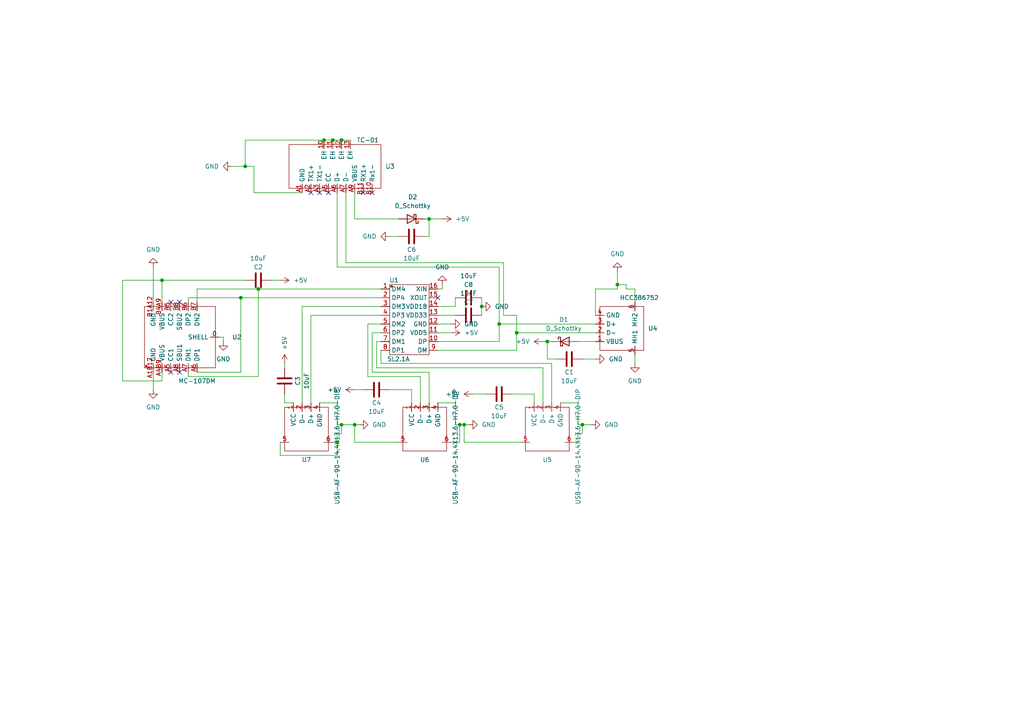
<source format=kicad_sch>
(kicad_sch (version 20230121) (generator eeschema)
  (paper "A4")
  (lib_symbols
    (symbol "Device:C" (pin_numbers hide) (pin_names (offset 0.254))
      (property "Reference" "C" (at 0.635 2.54 0))
      (property "Value" "C" (at 0.635 -2.54 0))
      (symbol "C_0_1"
        (polyline (pts (xy -2.032 -0.762) (xy 2.032 -0.762)) (stroke (width 0.508)))
        (polyline (pts (xy -2.032 0.762) (xy 2.032 0.762)) (stroke (width 0.508)))
      )
      (symbol "C_1_1"
        (pin passive line (at 0 3.81 270) (length 2.794) (name "~") (number "1"))
        (pin passive line (at 0 -3.81 90) (length 2.794) (name "~") (number "2"))
      )
    )
    (symbol "Device:D_Schottky" (pin_numbers hide) (pin_names (offset 1.016) hide)
      (property "Reference" "D" (at 0 2.54 0))
      (property "Value" "D_Schottky" (at 0 -2.54 0))
      (symbol "D_Schottky_0_1"
        (polyline (pts (xy 1.27 0) (xy -1.27 0)))
        (polyline (pts (xy 1.27 1.27) (xy 1.27 -1.27) (xy -1.27 0) (xy 1.27 1.27)) (stroke (width 0.254)))
        (polyline (pts (xy -1.905 0.635) (xy -1.905 1.27) (xy -1.27 1.27) (xy -1.27 -1.27) (xy -0.635 -1.27) (xy -0.635 -0.635)) (stroke (width 0.254)))
      )
      (symbol "D_Schottky_1_1"
        (pin passive line (at -3.81 0 0) (length 2.54) (name "K") (number "1"))
        (pin passive line (at 3.81 0 180) (length 2.54) (name "A") (number "2"))
      )
    )
    (symbol "power:+5V" (power) (pin_names (offset 0))
      (property "Value" "+5V" (at 0 3.556 0))
      (symbol "+5V_0_1"
        (polyline (pts (xy -0.762 1.27) (xy 0 2.54)))
        (polyline (pts (xy 0 0) (xy 0 2.54)))
        (polyline (pts (xy 0 2.54) (xy 0.762 1.27)))
      )
      (symbol "+5V_1_1"
        (pin power_in line (at 0 0 90) (length 0) hide (name "+5V") (number "1"))
      )
    )
    (symbol "power:GND" (power) (pin_names (offset 0))
      (property "Value" "GND" (at 0 -3.81 0))
      (symbol "GND_0_1"
        (polyline (pts (xy 0 0) (xy 0 -1.27) (xy 1.27 -1.27) (xy 0 -2.54) (xy -1.27 -1.27) (xy 0 -1.27)))
      )
      (symbol "GND_1_1"
        (pin power_in line (at 0 0 270) (length 0) hide (name "GND") (number "1"))
      )
    )
    (symbol "usbhub:HCC386752"
      (property "Reference" "U" (at 0 0 0))
      (symbol "HCC386752_0_1"
        (rectangle (start -1.27 15.24) (end 11.43 2.54))
      )
      (symbol "HCC386752_1_1"
        (pin bidirectional line (at 12.7 12.7 180) (length 2.54) (name "VBUS") (number "1"))
        (pin bidirectional line (at 12.7 10.16 180) (length 2.54) (name "D-") (number "2"))
        (pin bidirectional line (at 12.7 7.62 180) (length 2.54) (name "D+") (number "3"))
        (pin bidirectional line (at 12.7 5.08 180) (length 2.54) (name "GND") (number "4"))
        (pin bidirectional line (at 1.27 16.51 270) (length 2.54) (name "MH1") (number "5"))
        (pin bidirectional line (at 1.27 1.27 90) (length 2.54) (name "MH2") (number "6"))
      )
    )
    (symbol "usbhub:MC-107DM"
      (property "Reference" "U" (at 0 0 0))
      (symbol "MC-107DM_0_1"
        (rectangle (start 1.27 16.51) (end 19.05 -4.064))
      )
      (symbol "MC-107DM_1_1"
        (circle (center 1.778 16.002) (radius 0.254) (fill (type outline)))
        (pin bidirectional line (at 10.16 -5.08 90) (length 2.54) (name "SHELL") (number "0"))
        (pin bidirectional line (at 0 13.97 0) (length 2.54) (name "GND") (number "A1B12"))
        (pin bidirectional line (at 0 11.43 0) (length 2.54) (name "VBUS") (number "A4B9"))
        (pin bidirectional line (at 0 8.89 0) (length 2.54) (name "CC1") (number "A5"))
        (pin bidirectional line (at 0 1.27 0) (length 2.54) (name "DP1") (number "A6"))
        (pin bidirectional line (at 0 3.81 0) (length 2.54) (name "DN1") (number "A7"))
        (pin bidirectional line (at 0 6.35 0) (length 2.54) (name "SBU1") (number "A8"))
        (pin bidirectional line (at 20.32 13.97 180) (length 2.54) (name "GND") (number "B1A12"))
        (pin bidirectional line (at 20.32 11.43 180) (length 2.54) (name "VBUS") (number "B4A9"))
        (pin bidirectional line (at 20.32 8.89 180) (length 2.54) (name "CC2") (number "B5"))
        (pin bidirectional line (at 20.32 3.81 180) (length 2.54) (name "DP2") (number "B6"))
        (pin bidirectional line (at 20.32 1.27 180) (length 2.54) (name "DN2") (number "B7"))
        (pin bidirectional line (at 20.32 6.35 180) (length 2.54) (name "SBU2") (number "B8"))
      )
    )
    (symbol "usbhub:SL2.1A"
      (property "Reference" "U" (at 0.762 17.526 0))
      (symbol "SL2.1A_0_1"
        (rectangle (start 0 16.51) (end 11.43 -3.81))
      )
      (symbol "SL2.1A_1_1"
        (circle (center 0.508 16.002) (radius 0.254) (fill (type outline)))
        (pin bidirectional line (at -2.54 15.24 0) (length 2.54) (name "DM4") (number "1"))
        (pin bidirectional line (at 13.97 0 180) (length 2.54) (name "DP") (number "10"))
        (pin input line (at 13.97 2.54 180) (length 2.54) (name "VDD5") (number "11"))
        (pin input line (at 13.97 5.08 180) (length 2.54) (name "GND") (number "12"))
        (pin input line (at 13.97 7.62 180) (length 2.54) (name "VDD33") (number "13"))
        (pin input line (at 13.97 10.16 180) (length 2.54) (name "VDD18") (number "14"))
        (pin bidirectional line (at 13.97 12.7 180) (length 2.54) (name "XOUT") (number "15"))
        (pin bidirectional line (at 13.97 15.24 180) (length 2.54) (name "XIN") (number "16"))
        (pin bidirectional line (at -2.54 12.7 0) (length 2.54) (name "DP4") (number "2"))
        (pin bidirectional line (at -2.54 10.16 0) (length 2.54) (name "DM3") (number "3"))
        (pin bidirectional line (at -2.54 7.62 0) (length 2.54) (name "DP3") (number "4"))
        (pin bidirectional line (at -2.54 5.08 0) (length 2.54) (name "DM2") (number "5"))
        (pin bidirectional line (at -2.54 2.54 0) (length 2.54) (name "DP2") (number "6"))
        (pin bidirectional line (at -2.54 0 0) (length 2.54) (name "DM1") (number "7"))
        (pin bidirectional line (at -2.54 -2.54 0) (length 2.54) (name "DP1") (number "8"))
        (pin bidirectional line (at 13.97 -2.54 180) (length 2.54) (name "DM") (number "9"))
      )
    )
    (symbol "usbhub:TC-01"
      (property "Reference" "U" (at 0 0 0))
      (symbol "TC-01_0_1"
        (rectangle (start 1.27 22.86) (end 13.97 -3.81))
      )
      (symbol "TC-01_1_1"
        (pin bidirectional line (at 15.24 12.7 180) (length 2.54) (name "EH") (number "10"))
        (pin bidirectional line (at 15.24 10.16 180) (length 2.54) (name "EH") (number "11"))
        (pin bidirectional line (at 15.24 7.62 180) (length 2.54) (name "EH") (number "12"))
        (pin bidirectional line (at 15.24 5.08 180) (length 2.54) (name "EH") (number "13"))
        (pin bidirectional line (at 0 19.05 0) (length 2.54) (name "GND") (number "A1"))
        (pin bidirectional line (at 0 16.51 0) (length 2.54) (name "TX1+") (number "A2"))
        (pin bidirectional line (at 0 13.97 0) (length 2.54) (name "TX1-") (number "A3"))
        (pin bidirectional line (at 0 11.43 0) (length 2.54) (name "CC") (number "A5"))
        (pin bidirectional line (at 0 8.89 0) (length 2.54) (name "D+") (number "A6"))
        (pin bidirectional line (at 0 6.35 0) (length 2.54) (name "D-") (number "A7"))
        (pin bidirectional line (at 0 3.81 0) (length 2.54) (name "VBUS") (number "A9"))
        (pin bidirectional line (at 0 -1.27 0) (length 2.54) (name "Rx1-") (number "B10"))
        (pin bidirectional line (at 0 1.27 0) (length 2.54) (name "RX1+") (number "B11"))
      )
    )
    (symbol "usbhub:USB-AF-90-14.4X13.6-H7.0-DIP"
      (property "Reference" "U" (at 0 0 0))
      (symbol "USB-AF-90-14.4X13.6-H7.0-DIP_0_1"
        (rectangle (start 11.43 15.24) (end -1.27 2.54))
      )
      (symbol "USB-AF-90-14.4X13.6-H7.0-DIP_1_1"
        (pin bidirectional line (at 12.7 12.7 180) (length 2.54) (name "VCC") (number "1"))
        (pin bidirectional line (at 12.7 10.16 180) (length 2.54) (name "D-") (number "2"))
        (pin bidirectional line (at 12.7 7.62 180) (length 2.54) (name "D+") (number "3"))
        (pin bidirectional line (at 12.7 5.08 180) (length 2.54) (name "GND") (number "4"))
        (pin bidirectional line (at 1.27 16.51 270) (length 2.54) (name "") (number "5"))
        (pin bidirectional line (at 1.27 1.27 90) (length 2.54) (name "") (number "6"))
      )
    )
  )
  (junction (at 99.06 40.64))
  (junction (at 97.79 128.27))
  (junction (at 74.93 83.82))
  (junction (at 133.35 123.19))
  (junction (at 124.46 63.5))
  (junction (at 96.52 40.64))
  (junction (at 134.62 123.19))
  (junction (at 46.99 81.28))
  (junction (at 139.7 88.9))
  (junction (at 99.06 123.19))
  (junction (at 71.12 48.26))
  (junction (at 93.98 40.64))
  (junction (at 102.87 123.19))
  (junction (at 179.07 82.55))
  (junction (at 158.75 99.06))
  (junction (at 149.86 96.52))
  (junction (at 168.91 123.19))
  (junction (at 144.78 93.98))
  (junction (at 69.85 86.36))
  (no_connect (at 52.07 87.63))
  (no_connect (at 90.17 55.88))
  (no_connect (at 92.71 55.88))
  (no_connect (at 107.95 55.88))
  (no_connect (at 52.07 107.95))
  (no_connect (at 49.53 87.63))
  (no_connect (at 49.53 107.95))
  (no_connect (at 95.25 55.88))
  (no_connect (at 105.41 55.88))
  (no_connect (at 127 86.36))
  (wire (pts (xy 99.06 125.73) (xy 99.06 123.19)))
  (wire (pts (xy 149.86 91.44) (xy 146.05 91.44)))
  (wire (pts (xy 127 83.82) (xy 128.27 83.82)))
  (wire (pts (xy 92.71 116.84) (xy 97.79 116.84)))
  (wire (pts (xy 160.02 105.41) (xy 160.02 116.84)))
  (wire (pts (xy 167.64 116.84) (xy 162.56 116.84)))
  (wire (pts (xy 127 96.52) (xy 130.81 96.52)))
  (wire (pts (xy 100.33 55.88) (xy 100.33 76.2)))
  (wire (pts (xy 97.79 128.27) (xy 97.79 125.73)))
  (wire (pts (xy 132.08 116.84) (xy 132.08 123.19)))
  (wire (pts (xy 167.64 125.73) (xy 167.64 128.27)))
  (wire (pts (xy 124.46 68.58) (xy 123.19 68.58)))
  (wire (pts (xy 167.64 123.19) (xy 168.91 123.19)))
  (wire (pts (xy 57.15 83.82) (xy 74.93 83.82)))
  (wire (pts (xy 110.49 93.98) (xy 106.68 93.98)))
  (wire (pts (xy 149.86 96.52) (xy 149.86 101.6)))
  (wire (pts (xy 181.61 83.82) (xy 184.15 83.82)))
  (wire (pts (xy 71.12 40.64) (xy 71.12 48.26)))
  (wire (pts (xy 67.31 48.26) (xy 71.12 48.26)))
  (wire (pts (xy 167.64 128.27) (xy 166.37 128.27)))
  (wire (pts (xy 46.99 81.28) (xy 71.12 81.28)))
  (wire (pts (xy 167.64 125.73) (xy 168.91 125.73)))
  (wire (pts (xy 71.12 40.64) (xy 93.98 40.64)))
  (wire (pts (xy 73.66 55.88) (xy 87.63 55.88)))
  (wire (pts (xy 181.61 83.82) (xy 181.61 82.55)))
  (wire (pts (xy 132.08 88.9) (xy 132.08 86.36)))
  (wire (pts (xy 102.87 55.88) (xy 102.87 63.5)))
  (wire (pts (xy 71.12 48.26) (xy 73.66 48.26)))
  (wire (pts (xy 100.33 76.2) (xy 146.05 76.2)))
  (wire (pts (xy 46.99 110.49) (xy 35.56 110.49)))
  (wire (pts (xy 93.98 40.64) (xy 96.52 40.64)))
  (wire (pts (xy 144.78 93.98) (xy 172.72 93.98)))
  (wire (pts (xy 99.06 123.19) (xy 102.87 123.19)))
  (wire (pts (xy 97.79 116.84) (xy 97.79 123.19)))
  (wire (pts (xy 124.46 63.5) (xy 124.46 68.58)))
  (wire (pts (xy 44.45 107.95) (xy 44.45 113.03)))
  (wire (pts (xy 97.79 132.08) (xy 97.79 128.27)))
  (wire (pts (xy 157.48 106.68) (xy 157.48 116.84)))
  (wire (pts (xy 90.17 91.44) (xy 90.17 116.84)))
  (wire (pts (xy 81.28 81.28) (xy 78.74 81.28)))
  (wire (pts (xy 115.57 128.27) (xy 102.87 128.27)))
  (wire (pts (xy 96.52 40.64) (xy 99.06 40.64)))
  (wire (pts (xy 157.48 99.06) (xy 158.75 99.06)))
  (wire (pts (xy 127 88.9) (xy 132.08 88.9)))
  (wire (pts (xy 81.28 128.27) (xy 81.28 132.08)))
  (wire (pts (xy 46.99 107.95) (xy 46.99 110.49)))
  (wire (pts (xy 127 116.84) (xy 132.08 116.84)))
  (wire (pts (xy 158.75 99.06) (xy 160.02 99.06)))
  (wire (pts (xy 69.85 86.36) (xy 69.85 107.95)))
  (wire (pts (xy 149.86 101.6) (xy 127 101.6)))
  (wire (pts (xy 134.62 128.27) (xy 134.62 123.19)))
  (wire (pts (xy 102.87 63.5) (xy 115.57 63.5)))
  (wire (pts (xy 149.86 96.52) (xy 172.72 96.52)))
  (wire (pts (xy 139.7 88.9) (xy 139.7 91.44)))
  (wire (pts (xy 144.78 99.06) (xy 144.78 93.98)))
  (wire (pts (xy 44.45 77.47) (xy 44.45 87.63)))
  (wire (pts (xy 64.77 97.79) (xy 64.77 99.06)))
  (wire (pts (xy 106.68 93.98) (xy 106.68 109.22)))
  (wire (pts (xy 172.72 83.82) (xy 179.07 83.82)))
  (wire (pts (xy 154.94 114.3) (xy 148.59 114.3)))
  (wire (pts (xy 184.15 102.87) (xy 184.15 105.41)))
  (wire (pts (xy 54.61 86.36) (xy 54.61 87.63)))
  (wire (pts (xy 149.86 96.52) (xy 149.86 91.44)))
  (wire (pts (xy 109.22 99.06) (xy 109.22 106.68)))
  (wire (pts (xy 132.08 123.19) (xy 133.35 123.19)))
  (wire (pts (xy 167.64 99.06) (xy 172.72 99.06)))
  (wire (pts (xy 110.49 96.52) (xy 107.95 96.52)))
  (wire (pts (xy 137.16 114.3) (xy 140.97 114.3)))
  (wire (pts (xy 63.5 97.79) (xy 64.77 97.79)))
  (wire (pts (xy 35.56 110.49) (xy 35.56 81.28)))
  (wire (pts (xy 74.93 83.82) (xy 110.49 83.82)))
  (wire (pts (xy 130.81 128.27) (xy 133.35 128.27)))
  (wire (pts (xy 181.61 82.55) (xy 179.07 82.55)))
  (wire (pts (xy 57.15 83.82) (xy 57.15 87.63)))
  (wire (pts (xy 110.49 99.06) (xy 109.22 99.06)))
  (wire (pts (xy 96.52 128.27) (xy 97.79 128.27)))
  (wire (pts (xy 102.87 128.27) (xy 102.87 123.19)))
  (wire (pts (xy 179.07 78.74) (xy 179.07 82.55)))
  (wire (pts (xy 73.66 48.26) (xy 73.66 55.88)))
  (wire (pts (xy 168.91 123.19) (xy 171.45 123.19)))
  (wire (pts (xy 110.49 91.44) (xy 90.17 91.44)))
  (wire (pts (xy 133.35 128.27) (xy 133.35 123.19)))
  (wire (pts (xy 154.94 116.84) (xy 154.94 114.3)))
  (wire (pts (xy 97.79 123.19) (xy 99.06 123.19)))
  (wire (pts (xy 107.95 96.52) (xy 107.95 107.95)))
  (wire (pts (xy 99.06 40.64) (xy 101.6 40.64)))
  (wire (pts (xy 123.19 63.5) (xy 124.46 63.5)))
  (wire (pts (xy 158.75 99.06) (xy 158.75 104.14)))
  (wire (pts (xy 74.93 109.22) (xy 54.61 109.22)))
  (wire (pts (xy 133.35 123.19) (xy 134.62 123.19)))
  (wire (pts (xy 97.79 55.88) (xy 97.79 77.47)))
  (wire (pts (xy 97.79 77.47) (xy 144.78 77.47)))
  (wire (pts (xy 167.64 123.19) (xy 167.64 116.84)))
  (wire (pts (xy 35.56 81.28) (xy 46.99 81.28)))
  (wire (pts (xy 69.85 86.36) (xy 110.49 86.36)))
  (wire (pts (xy 168.91 104.14) (xy 172.72 104.14)))
  (wire (pts (xy 184.15 83.82) (xy 184.15 87.63)))
  (wire (pts (xy 74.93 83.82) (xy 74.93 109.22)))
  (wire (pts (xy 121.92 109.22) (xy 121.92 116.84)))
  (wire (pts (xy 124.46 63.5) (xy 128.27 63.5)))
  (wire (pts (xy 102.87 113.03) (xy 105.41 113.03)))
  (wire (pts (xy 97.79 125.73) (xy 99.06 125.73)))
  (wire (pts (xy 124.46 107.95) (xy 124.46 116.84)))
  (wire (pts (xy 54.61 109.22) (xy 54.61 107.95)))
  (wire (pts (xy 82.55 114.3) (xy 82.55 116.84)))
  (wire (pts (xy 139.7 86.36) (xy 139.7 88.9)))
  (wire (pts (xy 107.95 107.95) (xy 124.46 107.95)))
  (wire (pts (xy 81.28 132.08) (xy 97.79 132.08)))
  (wire (pts (xy 119.38 113.03) (xy 113.03 113.03)))
  (wire (pts (xy 69.85 107.95) (xy 57.15 107.95)))
  (wire (pts (xy 127 91.44) (xy 132.08 91.44)))
  (wire (pts (xy 146.05 76.2) (xy 146.05 91.44)))
  (wire (pts (xy 151.13 128.27) (xy 134.62 128.27)))
  (wire (pts (xy 168.91 125.73) (xy 168.91 123.19)))
  (wire (pts (xy 109.22 106.68) (xy 157.48 106.68)))
  (wire (pts (xy 87.63 88.9) (xy 87.63 116.84)))
  (wire (pts (xy 134.62 123.19) (xy 135.89 123.19)))
  (wire (pts (xy 106.68 109.22) (xy 121.92 109.22)))
  (wire (pts (xy 82.55 116.84) (xy 85.09 116.84)))
  (wire (pts (xy 127 93.98) (xy 130.81 93.98)))
  (wire (pts (xy 113.03 68.58) (xy 115.57 68.58)))
  (wire (pts (xy 82.55 105.41) (xy 82.55 106.68)))
  (wire (pts (xy 110.49 101.6) (xy 110.49 105.41)))
  (wire (pts (xy 119.38 113.03) (xy 119.38 116.84)))
  (wire (pts (xy 172.72 91.44) (xy 172.72 83.82)))
  (wire (pts (xy 104.14 123.19) (xy 102.87 123.19)))
  (wire (pts (xy 144.78 77.47) (xy 144.78 93.98)))
  (wire (pts (xy 54.61 86.36) (xy 69.85 86.36)))
  (wire (pts (xy 46.99 81.28) (xy 46.99 87.63)))
  (wire (pts (xy 144.78 99.06) (xy 127 99.06)))
  (wire (pts (xy 110.49 88.9) (xy 87.63 88.9)))
  (wire (pts (xy 110.49 105.41) (xy 160.02 105.41)))
  (wire (pts (xy 128.27 83.82) (xy 128.27 82.55)))
  (wire (pts (xy 179.07 82.55) (xy 179.07 83.82)))
  (wire (pts (xy 158.75 104.14) (xy 161.29 104.14)))
  (symbol (lib_id "Device:C") (at 144.78 114.3 270) (unit 1)
    (property "Reference" "C5" (at 144.78 118.11 90))
    (property "Value" "10uF" (at 144.78 120.65 90))
    (property "Footprint" "usbhub:C0603" (effects hide))
  )
  (symbol (lib_id "power:GND") (at 104.14 123.19 90) (unit 1)
    (property "Reference" "#PWR07" (effects hide))
    (property "Value" "GND" (at 107.95 123.19 90) (effects (justify right)))
  )
  (symbol (lib_id "Device:C") (at 109.22 113.03 270) (unit 1)
    (property "Reference" "C4" (at 109.22 116.84 90))
    (property "Value" "10uF" (at 109.22 119.38 90))
    (property "Footprint" "usbhub:C0603" (effects hide))
  )
  (symbol (lib_id "Device:C") (at 119.38 68.58 270) (unit 1)
    (property "Reference" "C6" (at 119.38 72.39 90))
    (property "Value" "10uF" (at 119.38 74.93 90))
    (property "Footprint" "usbhub:C0603" (effects hide))
  )
  (symbol (lib_id "power:+5V") (at 102.87 113.03 90) (unit 1)
    (property "Reference" "#PWR013" (effects hide))
    (property "Value" "+5V" (at 99.06 113.03 90) (effects (justify left)))
  )
  (symbol (lib_id "Device:C") (at 82.55 110.49 0) (unit 1)
    (property "Reference" "C3" (at 86.36 110.49 90))
    (property "Value" "10uF" (at 88.9 110.49 90))
    (property "Footprint" "usbhub:C0603" (effects hide))
  )
  (symbol (lib_id "power:GND") (at 128.27 82.55 180) (unit 1)
    (property "Reference" "#PWR018" (effects hide))
    (property "Value" "GND" (at 128.27 77.47 0))
  )
  (symbol (lib_id "power:GND") (at 130.81 93.98 90) (unit 1)
    (property "Reference" "#PWR04" (effects hide))
    (property "Value" "GND" (at 134.62 93.98 90) (effects (justify right)))
  )
  (symbol (lib_id "power:GND") (at 113.03 68.58 270) (unit 1)
    (property "Reference" "#PWR016" (effects hide))
    (property "Value" "GND" (at 109.22 68.58 90) (effects (justify right)))
  )
  (symbol (lib_id "Device:D_Schottky") (at 119.38 63.5 180) (unit 1)
    (property "Reference" "D2" (at 119.6975 57.15 0))
    (property "Value" "D_Schottky" (at 119.6975 59.69 0))
    (property "Footprint" "usbhub:SOD-323_L1.8-W1.3-LS2.5-RD" (effects hide))
  )
  (symbol (lib_id "usbhub:SL2.1A") (at 113.03 99.06 0) (unit 1)
    (property "Reference" "U1" (at 114.3 81.28 0))
    (property "Value" "SL2.1A" (at 115.57 104.14 0))
    (property "Footprint" "usbhub:SOP-16_L10.0-W3.9-P1.27-LS6.0-BL" (effects hide))
  )
  (symbol (lib_id "usbhub:MC-107DM") (at 58.42 107.95 90) (unit 1)
    (property "Reference" "U2" (at 67.31 97.79 90) (effects (justify right)))
    (property "Value" "MC-107DM" (at 57.15 110.49 90))
    (property "Footprint" "usbhub:USB-C-SMD_MC-107DM" (effects hide))
  )
  (symbol (lib_id "usbhub:TC-01") (at 106.68 55.88 90) (unit 1)
    (property "Reference" "U3" (at 111.76 48.26 90) (effects (justify right)))
    (property "Value" "TC-01" (at 106.68 40.64 90))
    (property "Footprint" "usbhub:USB-C-SMD_TYPE-C-9PIN-TC-01" (effects hide))
  )
  (symbol (lib_id "Device:D_Schottky") (at 163.83 99.06 0) (unit 1)
    (property "Reference" "D1" (at 163.5125 92.71 0))
    (property "Value" "D_Schottky" (at 163.5125 95.25 0))
    (property "Footprint" "usbhub:SOD-323_L1.8-W1.3-LS2.5-RD" (effects hide))
  )
  (symbol (lib_id "usbhub:USB-AF-90-14.4X13.6-H7.0-DIP") (at 132.08 129.54 90) (unit 1)
    (property "Reference" "U6" (at 123.19 133.35 90))
    (property "Value" "USB-AF-90-14.4X13.6-H7.0-DIP" (at 132.08 129.54 0))
    (property "Footprint" "usbhub:USB-A-TH_C46407" (effects hide))
  )
  (symbol (lib_id "power:GND") (at 179.07 78.74 180) (unit 1)
    (property "Reference" "#PWR01" (effects hide))
    (property "Value" "GND" (at 179.07 73.66 0))
  )
  (symbol (lib_id "Device:C") (at 165.1 104.14 270) (unit 1)
    (property "Reference" "C1" (at 165.1 107.95 90))
    (property "Value" "10uF" (at 165.1 110.49 90))
    (property "Footprint" "usbhub:C0603" (effects hide))
  )
  (symbol (lib_id "power:GND") (at 135.89 123.19 90) (unit 1)
    (property "Reference" "#PWR06" (effects hide))
    (property "Value" "GND" (at 139.7 123.19 90) (effects (justify right)))
  )
  (symbol (lib_id "power:+5V") (at 128.27 63.5 270) (unit 1)
    (property "Reference" "#PWR015" (effects hide))
    (property "Value" "+5V" (at 132.08 63.5 90) (effects (justify left)))
  )
  (symbol (lib_id "power:GND") (at 44.45 113.03 0) (unit 1)
    (property "Reference" "#PWR08" (effects hide))
    (property "Value" "GND" (at 44.45 118.11 0))
  )
  (symbol (lib_id "usbhub:USB-AF-90-14.4X13.6-H7.0-DIP") (at 97.79 129.54 90) (unit 1)
    (property "Reference" "U7" (at 88.9 133.35 90))
    (property "Value" "USB-AF-90-14.4X13.6-H7.0-DIP" (at 97.79 129.54 0))
    (property "Footprint" "usbhub:USB-A-TH_C46407" (effects hide))
  )
  (symbol (lib_id "power:+5V") (at 82.55 105.41 0) (unit 1)
    (property "Reference" "#PWR012" (effects hide))
    (property "Value" "+5V" (at 82.55 101.6 90) (effects (justify left)))
  )
  (symbol (lib_id "power:GND") (at 184.15 105.41 0) (unit 1)
    (property "Reference" "#PWR021" (effects hide))
    (property "Value" "GND" (at 184.15 110.49 0))
  )
  (symbol (lib_id "usbhub:USB-AF-90-14.4X13.6-H7.0-DIP") (at 167.64 129.54 90) (unit 1)
    (property "Reference" "U5" (at 158.75 133.35 90))
    (property "Value" "USB-AF-90-14.4X13.6-H7.0-DIP" (at 167.64 129.54 0))
    (property "Footprint" "usbhub:USB-A-TH_C46407" (effects hide))
  )
  (symbol (lib_id "power:GND") (at 171.45 123.19 90) (unit 1)
    (property "Reference" "#PWR05" (effects hide))
    (property "Value" "GND" (at 175.26 123.19 90) (effects (justify right)))
  )
  (symbol (lib_id "Device:C") (at 135.89 91.44 90) (unit 1)
    (property "Reference" "C7" (at 135.89 87.63 90))
    (property "Value" "10uF" (at 135.89 85.09 90))
    (property "Footprint" "usbhub:C0603" (effects hide))
  )
  (symbol (lib_id "power:GND") (at 139.7 88.9 90) (unit 1)
    (property "Reference" "#PWR017" (effects hide))
    (property "Value" "GND" (at 143.51 88.9 90) (effects (justify right)))
  )
  (symbol (lib_id "power:+5V") (at 137.16 114.3 90) (unit 1)
    (property "Reference" "#PWR014" (effects hide))
    (property "Value" "+5V" (at 133.35 114.3 90) (effects (justify left)))
  )
  (symbol (lib_id "power:+5V") (at 130.81 96.52 270) (unit 1)
    (property "Reference" "#PWR03" (effects hide))
    (property "Value" "+5V" (at 134.62 96.52 90) (effects (justify left)))
  )
  (symbol (lib_id "power:+5V") (at 81.28 81.28 270) (unit 1)
    (property "Reference" "#PWR011" (effects hide))
    (property "Value" "+5V" (at 85.09 81.28 90) (effects (justify left)))
  )
  (symbol (lib_id "power:GND") (at 67.31 48.26 270) (unit 1)
    (property "Reference" "#PWR09" (effects hide))
    (property "Value" "GND" (at 63.5 48.26 90) (effects (justify right)))
  )
  (symbol (lib_id "Device:C") (at 135.89 86.36 90) (unit 1)
    (property "Reference" "C8" (at 135.89 82.55 90))
    (property "Value" "10uF" (at 135.89 80.01 90))
    (property "Footprint" "usbhub:C0603" (effects hide))
  )
  (symbol (lib_id "power:GND") (at 64.77 99.06 0) (unit 1)
    (property "Reference" "#PWR020" (effects hide))
    (property "Value" "GND" (at 64.77 104.14 0))
  )
  (symbol (lib_id "power:GND") (at 172.72 104.14 90) (unit 1)
    (property "Reference" "#PWR010" (effects hide))
    (property "Value" "GND" (at 176.5781 104.14 90) (effects (justify right)))
  )
  (symbol (lib_id "power:GND") (at 44.45 77.47 180) (unit 1)
    (property "Reference" "#PWR019" (effects hide))
    (property "Value" "GND" (at 44.45 72.39 0))
  )
  (symbol (lib_id "power:+5V") (at 157.48 99.06 90) (unit 1)
    (property "Reference" "#PWR02" (effects hide))
    (property "Value" "+5V" (at 153.67 99.06 90) (effects (justify left)))
  )
  (symbol (lib_id "Device:C") (at 74.93 81.28 90) (unit 1)
    (property "Reference" "C2" (at 74.93 77.47 90))
    (property "Value" "10uF" (at 74.93 74.93 90))
    (property "Footprint" "usbhub:C0603" (effects hide))
  )
  (symbol (lib_id "usbhub:HCC386752") (at 185.42 86.36 180) (unit 1)
    (property "Reference" "U4" (at 187.96 95.25 0) (effects (justify right)))
    (property "Value" "HCC386752" (at 185.42 86.36 0))
    (property "Footprint" "usbhub:USB-SMD_KH-USB-AM-4P-CB_FIXED" (effects hide))
  )
)
</source>
